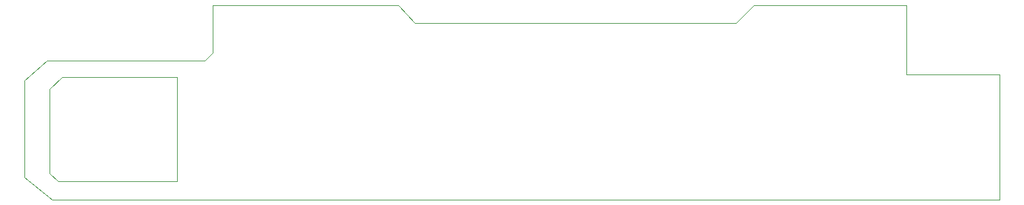
<source format=gbr>
G04 #@! TF.GenerationSoftware,KiCad,Pcbnew,(5.1.6)-1*
G04 #@! TF.CreationDate,2020-08-31T23:03:44-05:00*
G04 #@! TF.ProjectId,PikateaBSB,50696b61-7465-4614-9253-422e6b696361,rev?*
G04 #@! TF.SameCoordinates,Original*
G04 #@! TF.FileFunction,Profile,NP*
%FSLAX46Y46*%
G04 Gerber Fmt 4.6, Leading zero omitted, Abs format (unit mm)*
G04 Created by KiCad (PCBNEW (5.1.6)-1) date 2020-08-31 23:03:44*
%MOMM*%
%LPD*%
G01*
G04 APERTURE LIST*
G04 #@! TA.AperFunction,Profile*
%ADD10C,0.050000*%
G04 #@! TD*
G04 APERTURE END LIST*
D10*
X228442000Y-43558000D02*
X208884000Y-43558000D01*
X163291000Y-43558000D02*
X139542000Y-43558000D01*
X206598000Y-45844000D02*
X208884000Y-43558000D01*
X165450000Y-45844000D02*
X206598000Y-45844000D01*
X163291000Y-43558000D02*
X165450000Y-45844000D01*
X118587000Y-65148000D02*
X119730000Y-66164000D01*
X228442000Y-52448000D02*
X240380000Y-52448000D01*
X228442000Y-43558000D02*
X228442000Y-52448000D01*
X139542000Y-49654000D02*
X139542000Y-43558000D01*
X115412000Y-65656000D02*
X118968000Y-68577000D01*
X138526000Y-50670000D02*
X139542000Y-49654000D01*
X118256800Y-50670000D02*
X138526000Y-50670000D01*
X119730000Y-66164000D02*
X134970000Y-66164000D01*
X118587000Y-54353000D02*
X120238000Y-52829000D01*
X118587000Y-65148000D02*
X118587000Y-54353000D01*
X118968000Y-68577000D02*
X240380000Y-68577000D01*
X115412000Y-53210000D02*
X118256800Y-50670000D01*
X134970000Y-52829000D02*
X134970000Y-66164000D01*
X120238000Y-52829000D02*
X134970000Y-52829000D01*
X115412000Y-53210000D02*
X115412000Y-65656000D01*
X240380000Y-52448000D02*
X240380000Y-68577000D01*
M02*

</source>
